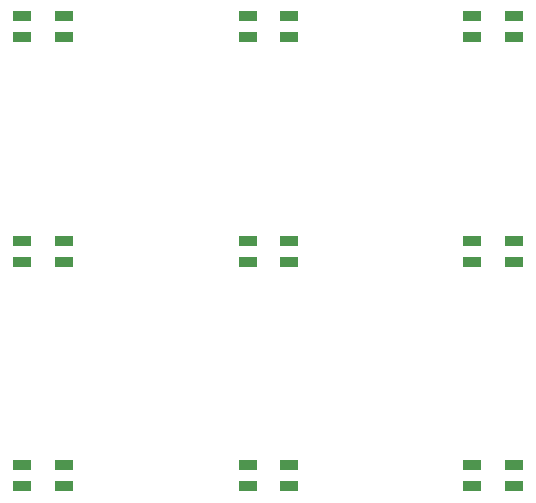
<source format=gbr>
%TF.GenerationSoftware,KiCad,Pcbnew,8.0.8*%
%TF.CreationDate,2025-02-15T18:33:00+00:00*%
%TF.ProjectId,kawaiipad_pcb,6b617761-6969-4706-9164-5f7063622e6b,rev?*%
%TF.SameCoordinates,Original*%
%TF.FileFunction,Paste,Top*%
%TF.FilePolarity,Positive*%
%FSLAX46Y46*%
G04 Gerber Fmt 4.6, Leading zero omitted, Abs format (unit mm)*
G04 Created by KiCad (PCBNEW 8.0.8) date 2025-02-15 18:33:00*
%MOMM*%
%LPD*%
G01*
G04 APERTURE LIST*
%ADD10R,1.600000X0.850000*%
G04 APERTURE END LIST*
D10*
%TO.C,D13*%
X172050000Y-92325000D03*
X172050000Y-94075000D03*
X175550000Y-94075000D03*
X175550000Y-92325000D03*
%TD*%
%TO.C,D18*%
X172050000Y-111325000D03*
X172050000Y-113075000D03*
X175550000Y-113075000D03*
X175550000Y-111325000D03*
%TD*%
%TO.C,D15*%
X133950000Y-92325000D03*
X133950000Y-94075000D03*
X137450000Y-94075000D03*
X137450000Y-92325000D03*
%TD*%
%TO.C,D16*%
X133950000Y-111325000D03*
X133950000Y-113075000D03*
X137450000Y-113075000D03*
X137450000Y-111325000D03*
%TD*%
%TO.C,D12*%
X172050000Y-73325000D03*
X172050000Y-75075000D03*
X175550000Y-75075000D03*
X175550000Y-73325000D03*
%TD*%
%TO.C,D10*%
X133950000Y-73325000D03*
X133950000Y-75075000D03*
X137450000Y-75075000D03*
X137450000Y-73325000D03*
%TD*%
%TO.C,D17*%
X153050000Y-111325000D03*
X153050000Y-113075000D03*
X156550000Y-113075000D03*
X156550000Y-111325000D03*
%TD*%
%TO.C,D11*%
X153050000Y-73325000D03*
X153050000Y-75075000D03*
X156550000Y-75075000D03*
X156550000Y-73325000D03*
%TD*%
%TO.C,D14*%
X153050000Y-92325000D03*
X153050000Y-94075000D03*
X156550000Y-94075000D03*
X156550000Y-92325000D03*
%TD*%
M02*

</source>
